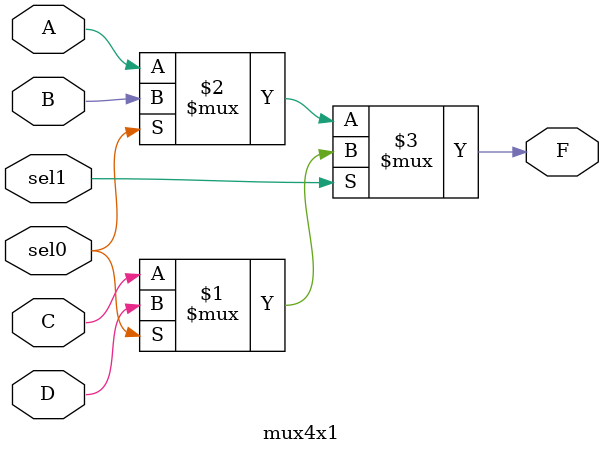
<source format=v>
module mux4x1(A,B,C,D,sel0,sel1,F);
input A,B,C,D,sel0,sel1;
output F;
assign F=sel1?(sel0?D:C):(sel0?B:A);
endmodule

</source>
